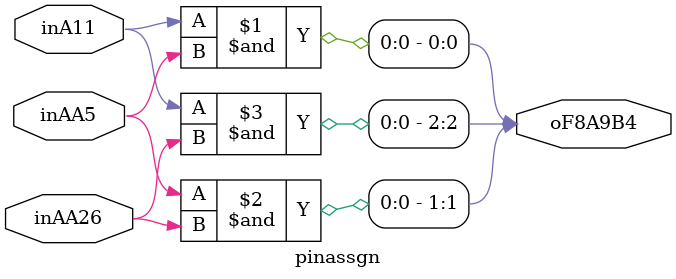
<source format=v>
/**************************************
 * Verilog source constraint example
 *    Pin Assignment for BGA Pkg.
 *    2/01/2001 K.Lee
 * Lattice Applications Engineering
 **************************************

 */

module pinassgn(inA11,inAA5,inAA26,oF8A9B4);

// The syntax of Verilog Synplicity pin assignment
// The following syntax must be included in each pin declaration line BEFORE the semicomlon. 
// synthesis loc="[Pin#]"

input	inA11		/*synthesis loc="A11"*/;
input	inAA5		/*synthesis loc="AA5"*/;
input	inAA26		/*synthesis loc="AA26"*/;
output	[0:2] oF8A9B4	/*synthesis loc="F8 A9 B4"*/;

assign oF8A9B4[0] =  inA11 & inAA5;
assign oF8A9B4[1] =  inAA5 & inAA26;
assign oF8A9B4[2] =  inA11 & inAA26;

endmodule


</source>
